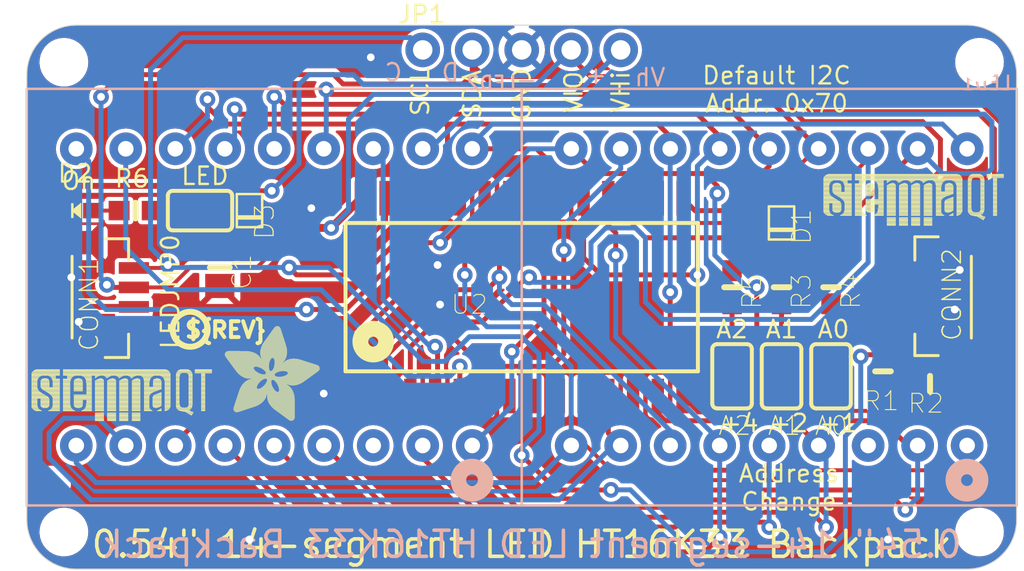
<source format=kicad_pcb>
(kicad_pcb (version 20221018) (generator pcbnew)
  (layers (0 "F.Cu" signal) (1 "In1.Cu" signal) (2 "In2.Cu" signal) (3 "In3.Cu" signal) (4 "In4.Cu" signal) (5 "In5.Cu" signal) (6 "In6.Cu" signal) (7 "In7.Cu" signal) (8 "In8.Cu" signal) (9 "In9.Cu" signal) (10 "In10.Cu" signal) (11 "In11.Cu" signal) (12 "In12.Cu" signal) (13 "In13.Cu" signal) (14 "In14.Cu" signal) (31 "B.Cu" signal) (34 "B.Paste" user) (35 "F.Paste" user) (36 "B.SilkS" user "B.Silkscreen") (37 "F.SilkS" user "F.Silkscreen") (38 "B.Mask" user) (39 "F.Mask" user) (44 "Edge.Cuts" user))
  (net 0 "")
  (net 1 "GND")
  (net 2 "N$19")
  (net 3 "N$20")
  (net 4 "A1")
  (net 5 "COM0")
  (net 6 "N$10")
  (net 7 "N$11")
  (net 8 "N$12")
  (net 9 "N$13")
  (net 10 "N$16")
  (net 11 "A0")
  (net 12 "A2")
  (net 13 "SDA")
  (net 14 "SCL")
  (net 15 "N$1")
  (net 16 "N$7")
  (net 17 "N$4")
  (net 18 "N$5")
  (net 19 "N$6")
  (net 20 "N$8")
  (net 21 "N$9")
  (net 22 "N$14")
  (net 23 "N$15")
  (net 24 "COM1")
  (net 25 "COM2")
  (net 26 "COM3")
  (net 27 "VDDIO")
  (net 28 "N$3")
  (net 29 "N$17")
  (net 30 "V+")
  (footprint "working:ADAFRUIT_5MM" (layer "F.Cu") (at 133.2611 111.3536)
    (fp_text reference "U$3" hide)
    (fp_text value "" hide)
  )
  (footprint "working:0603-NO" (layer "F.Cu") (at 159.2961 104.4956 -90)
    (fp_text reference "R5")
    (fp_text value "47K")
  )
  (footprint "working:SOLDERJUMPER_REFLOW_NOPASTE" (layer "F.Cu") (at 159.2961 109.0676 -90)
    (fp_text reference "A2")
    (fp_text value "" hide)
  )
  (footprint "" (layer "F.Cu") (at 171.9961 92.9386)
    (fp_text reference "@HOLE3" hide)
    (fp_text value "")
  )
  (footprint "working:0603-NO" (layer "F.Cu") (at 128.6891 100.5586 180)
    (fp_text reference "R6")
    (fp_text value "47K")
  )
  (footprint "working:SOLDERJUMPER_CLOSEDWIRE" (layer "F.Cu") (at 131.9911 100.5586 180)
    (fp_text reference "LEDJMP0")
    (fp_text value "")
  )
  (footprint "working:0603-NO" (layer "F.Cu") (at 169.4561 109.4486 180)
    (fp_text reference "R2")
    (fp_text value "10K")
  )
  (footprint "working:0603-NO" (layer "F.Cu") (at 164.3761 104.4956 -90)
    (fp_text reference "R4")
    (fp_text value "47K")
  )
  (footprint "working:SOP28_300MIL_SKINNY" (layer "F.Cu") (at 148.5011 105.0036)
    (fp_text reference "U2")
    (fp_text value "HT16K33")
  )
  (footprint "working:0805-NO" (layer "F.Cu") (at 133.0071 103.4796 -90)
    (fp_text reference "C1")
    (fp_text value "10uF")
  )
  (footprint "working:JST_SH4_RA" (layer "F.Cu") (at 126.9111 105.0036 -90)
    (fp_text reference "CONN1")
    (fp_text value "STEMMA_I2C_QTRA" hide)
  )
  (footprint "working:JST_SH4_RA" (layer "F.Cu") (at 170.0911 105.0036 90)
    (fp_text reference "CONN2")
    (fp_text value "STEMMA_I2C_QTRA" hide)
  )
  (footprint "" (layer "F.Cu") (at 125.0061 117.0686)
    (fp_text reference "@HOLE0" hide)
    (fp_text value "")
  )
  (footprint "working:0603-NO" (layer "F.Cu") (at 167.0431 108.8136 90)
    (fp_text reference "R1")
    (fp_text value "10K")
  )
  (footprint "working:PCBFEAT-REV-040" (layer "F.Cu") (at 131.4831 106.6546)
    (fp_text reference "U$8" hide)
    (fp_text value "" hide)
  )
  (footprint "working:1X05_ROUND_70" (layer "F.Cu") (at 148.5011 92.3036)
    (fp_text reference "JP1")
    (fp_text value "")
  )
  (footprint "" (layer "F.Cu") (at 171.9961 117.0686)
    (fp_text reference "@HOLE1" hide)
    (fp_text value "")
  )
  (footprint "working:STEMMAQT" (layer "F.Cu") (at 163.9951 101.3206)
    (fp_text reference "U$7" hide)
    (fp_text value "" hide)
  )
  (footprint "working:SOLDERJUMPER_REFLOW_NOPASTE" (layer "F.Cu") (at 161.8361 109.0676 -90)
    (fp_text reference "A1")
    (fp_text value "" hide)
  )
  (footprint "working:STEMMAQT" (layer "F.Cu") (at 123.3551 111.3536)
    (fp_text reference "U$6" hide)
    (fp_text value "" hide)
  )
  (footprint "working:CHIPLED_0603_NOOUTLINE" (layer "F.Cu") (at 125.6411 100.5586 90)
    (fp_text reference "D2")
    (fp_text value "GREEN")
  )
  (footprint "working:SOD-323F" (layer "F.Cu") (at 134.5311 100.5586 -90)
    (fp_text reference "D3")
    (fp_text value "CUS530")
  )
  (footprint "working:SOD-323F" (layer "F.Cu") (at 161.8361 101.1936 -90)
    (fp_text reference "D1")
    (fp_text value "CUS530")
  )
  (footprint "working:0603-NO" (layer "F.Cu") (at 161.8361 104.4956 -90)
    (fp_text reference "R3")
    (fp_text value "47K")
  )
  (footprint "working:FIDUCIAL_1MM" (layer "F.Cu") (at 124.3711 114.6556)
    (fp_text reference "U$2" hide)
    (fp_text value "FIDUCIAL" hide)
  )
  (footprint "" (layer "F.Cu") (at 125.0061 92.9386)
    (fp_text reference "@HOLE2" hide)
    (fp_text value "")
  )
  (footprint "working:SOLDERJUMPER_REFLOW_NOPASTE" (layer "F.Cu") (at 164.3761 109.0676 -90)
    (fp_text reference "A0")
    (fp_text value "" hide)
  )
  (footprint "working:FIDUCIAL_1MM" (layer "F.Cu") (at 167.5511 94.2086)
    (fp_text reference "U$1" hide)
    (fp_text value "FIDUCIAL" hide)
  )
  (footprint "working:SEGMENT_STARTBUST_DUAL_KWA-541CBB" (layer "B.Cu") (at 161.2011 105.0036 180)
    (fp_text reference "LED1")
    (fp_text value "")
  )
  (footprint "working:SEGMENT_STARTBUST_DUAL_KWA-541CBB" (layer "B.Cu") (at 135.8011 105.0036 180)
    (fp_text reference "LED2")
    (fp_text value "")
  )
  (gr_line (start 123.1011 93.5736) (end 123.1011 116.4336) (stroke (width 0.05)) (layer "Edge.Cuts"))
  (gr_line (start 171.3611 91.0336) (end 125.6411 91.0336) (stroke (width 0.05)) (layer "Edge.Cuts"))
  (gr_arc (start 173.9011 116.4336) (mid 173.157151 118.229651) (end 171.3611 118.9736) (stroke (width 0.05)) (layer "Edge.Cuts"))
  (gr_arc (start 171.3611 91.0336) (mid 173.157151 91.777549) (end 173.9011 93.5736) (stroke (width 0.05)) (layer "Edge.Cuts"))
  (gr_arc (start 123.1011 93.5736) (mid 123.845049 91.777549) (end 125.6411 91.0336) (stroke (width 0.05)) (layer "Edge.Cuts"))
  (gr_arc (start 125.6411 118.9736) (mid 123.845049 118.229651) (end 123.1011 116.4336) (stroke (width 0.05)) (layer "Edge.Cuts"))
  (gr_line (start 125.6411 118.9736) (end 171.3611 118.9736) (stroke (width 0.05)) (layer "Edge.Cuts"))
  (gr_line (start 173.9011 116.4336) (end 173.9011 93.5736) (stroke (width 0.05)) (layer "Edge.Cuts"))
  (gr_text "C" (at 141.3891 92.9386) (layer "B.SilkS") (effects (font (size 0.89408 0.89408) (thickness 0.12192)) (justify right top mirror)))
  (gr_text "+" (at 151.6761 93.0656) (layer "B.SilkS") (effects (font (size 0.89408 0.89408) (thickness 0.12192)) (justify right top mirror)))
  (gr_text "D" (at 144.3101 92.9386) (layer "B.SilkS") (effects (font (size 0.89408 0.89408) (thickness 0.12192)) (justify right top mirror)))
  (gr_text "0.54\" 14-segment LED HT16K33 Backpack " (at 148.5011 117.7036) (layer "B.SilkS") (effects (font (size 1.34112 1.34112) (thickness 0.18288)) (justify mirror)))
  (gr_text "-" (at 148.1201 93.3196) (layer "B.SilkS") (effects (font (size 0.89408 0.89408) (thickness 0.12192)) (justify right top mirror)))
  (gr_text "Vh" (at 154.2161 93.1926) (layer "B.SilkS") (effects (font (size 0.89408 0.89408) (thickness 0.12192)) (justify right top mirror)))
  (gr_text "A2" (at 159.2961 106.6546) (layer "F.SilkS") (effects (font (size 0.89408 0.89408) (thickness 0.12192))))
  (gr_text "SCL" (at 143.2941 94.4626 90) (layer "F.SilkS") (effects (font (size 0.89408 0.89408) (thickness 0.12192))))
  (gr_text "SDA" (at 145.9611 94.5896 90) (layer "F.SilkS") (effects (font (size 0.89408 0.89408) (thickness 0.12192))))
  (gr_text "0.54\" 14-segment LED HT16K33 Backpack" (at 148.5011 117.7036) (layer "F.SilkS") (effects (font (size 1.34112 1.34112) (thickness 0.18288))))
  (gr_text "GND" (at 148.5011 94.5896 90) (layer "F.SilkS") (effects (font (size 0.89408 0.89408) (thickness 0.12192))))
  (gr_text "+4" (at 159.6771 111.4806) (layer "F.SilkS") (effects (font (size 0.89408 0.89408) (thickness 0.12192))))
  (gr_text "On" (at 125.7681 99.0346) (layer "F.SilkS") (effects (font (size 0.89408 0.89408) (thickness 0.12192))))
  (gr_text "VHi" (at 153.5811 94.4626 90) (layer "F.SilkS") (effects (font (size 0.89408 0.89408) (thickness 0.12192))))
  (gr_text "A1" (at 161.8361 106.6546) (layer "F.SilkS") (effects (font (size 0.89408 0.89408) (thickness 0.12192))))
  (gr_text "LED" (at 132.2451 98.7806) (layer "F.SilkS") (effects (font (size 0.89408 0.89408) (thickness 0.12192))))
  (gr_text "A0" (at 164.5031 106.6546) (layer "F.SilkS") (effects (font (size 0.89408 0.89408) (thickness 0.12192))))
  (gr_text "+2" (at 162.2171 111.4806) (layer "F.SilkS") (effects (font (size 0.89408 0.89408) (thickness 0.12192))))
  (gr_text "+1" (at 164.7571 111.4806) (layer "F.SilkS") (effects (font (size 0.89408 0.89408) (thickness 0.12192))))
  (gr_text "Default I2C\nAddr. 0x70" (at 161.5821 94.3356) (layer "F.SilkS") (effects (font (size 0.89408 0.89408) (thickness 0.12192))))
  (gr_text "VIO" (at 151.1681 94.4626 90) (layer "F.SilkS") (effects (font (size 0.89408 0.89408) (thickness 0.12192))))
  (gr_text "Address\nChange" (at 162.2171 114.7826) (layer "F.SilkS") (effects (font (size 0.89408 0.89408) (thickness 0.12192))))
  (segment (start 140.2461 110.0836) (end 140.2461 109.9566) (width 0.254) (layer "F.Cu") (net 1))
  (segment (start 140.2461 109.9566) (end 138.3411 109.9566) (width 0.254) (layer "F.Cu") (net 1))
  (via (at 140.7541 92.6846) (size 0.8001) (drill 0.3937) (layers "F.Cu" "B.Cu") (net 1))
  (via (at 134.5311 117.4496) (size 0.8064) (drill 0.4) (layers "F.Cu" "B.Cu") (net 1))
  (via (at 137.7061 100.4316) (size 0.8001) (drill 0.3937) (layers "F.Cu" "B.Cu") (net 1))
  (via (at 170.9801 103.6066) (size 0.8064) (drill 0.4) (layers "F.Cu" "B.Cu") (net 1))
  (via (at 125.7681 106.2736) (size 0.8064) (drill 0.4) (layers "F.Cu" "B.Cu") (net 1))
  (via (at 144.3101 105.3846) (size 0.8064) (drill 0.4) (layers "F.Cu" "B.Cu") (net 1))
  (via (at 125.3871 103.9876) (size 0.8064) (drill 0.4) (layers "F.Cu" "B.Cu") (net 1))
  (via (at 144.1831 103.3526) (size 0.8064) (drill 0.4) (layers "F.Cu" "B.Cu") (net 1))
  (via (at 167.2971 117.4496) (size 0.8064) (drill 0.4) (layers "F.Cu" "B.Cu") (net 1))
  (via (at 138.3411 109.9566) (size 0.8001) (drill 0.3937) (layers "F.Cu" "B.Cu") (net 1))
  (via (at 170.7261 105.6386) (size 0.8064) (drill 0.4) (layers "F.Cu" "B.Cu") (net 1))
  (segment (start 161.8361 108.3056) (end 161.8361 105.3456) (width 0.254) (layer "F.Cu") (net 2))
  (segment (start 164.3761 108.3056) (end 164.3761 105.3456) (width 0.254) (layer "F.Cu") (net 3))
  (segment (start 152.3111 98.6536) (end 157.8991 98.6536) (width 0.254) (layer "F.Cu") (net 4))
  (segment (start 160.5661 104.4956) (end 160.5661 109.4486) (width 0.254) (layer "F.Cu") (net 4))
  (segment (start 158.539587 99.294088) (end 157.8991 98.6536) (width 0.254) (layer "F.Cu") (net 4))
  (segment (start 158.539587 99.294088) (end 158.539587 99.675088) (width 0.254) (layer "F.Cu") (net 4))
  (segment (start 144.3101 102.2096) (end 144.4371 102.2096) (width 0.254) (layer "F.Cu") (net 4))
  (segment (start 160.5661 109.4486) (end 160.9471 109.8296) (width 0.254) (layer "F.Cu") (net 4))
  (segment (start 160.9471 109.8296) (end 161.8361 109.8296) (width 0.254) (layer "F.Cu") (net 4))
  (segment (start 151.0411 97.3836) (end 152.3111 98.6536) (width 0.254) (layer "F.Cu") (net 4))
  (segment (start 144.3101 102.2096) (end 142.9131 102.2096) (width 0.254) (layer "F.Cu") (net 4))
  (segment (start 139.4841 105.6386) (end 137.4521 105.6386) (width 0.254) (layer "F.Cu") (net 4))
  (segment (start 145.3261 101.3206) (end 145.3261 99.9236) (width 0.254) (layer "F.Cu") (net 4))
  (segment (start 145.3261 101.3206) (end 144.4371 102.2096) (width 0.254) (layer "F.Cu") (net 4))
  (segment (start 142.9131 102.2096) (end 139.4841 105.6386) (width 0.254) (layer "F.Cu") (net 4))
  (via (at 144.3101 102.2096) (size 0.8001) (drill 0.3937) (layers "F.Cu" "B.Cu") (net 4))
  (via (at 160.5661 104.4956) (size 0.8064) (drill 0.4) (layers "F.Cu" "B.Cu") (net 4))
  (via (at 158.539587 99.675088) (size 0.8064) (drill 0.4) (layers "F.Cu" "B.Cu") (net 4))
  (via (at 137.4521 105.6386) (size 0.8001) (drill 0.3937) (layers "F.Cu" "B.Cu") (net 4))
  (segment (start 127.1651 105.6386) (end 126.2761 104.7496) (width 0.254) (layer "B.Cu") (net 4))
  (segment (start 160.0581 104.4956) (end 158.412587 102.850088) (width 0.254) (layer "B.Cu") (net 4))
  (segment (start 160.5661 104.4956) (end 160.0581 104.4956) (width 0.254) (layer "B.Cu") (net 4))
  (segment (start 158.412587 99.802088) (end 158.412587 102.850088) (width 0.254) (layer "B.Cu") (net 4))
  (segment (start 148.8821 97.3836) (end 144.3101 101.9556) (width 0.254) (layer "B.Cu") (net 4))
  (segment (start 126.2761 98.0186) (end 125.6411 97.3836) (width 0.254) (layer "B.Cu") (net 4))
  (segment (start 137.4521 105.6386) (end 127.1651 105.6386) (width 0.254) (layer "B.Cu") (net 4))
  (segment (start 144.3101 101.9556) (end 144.3101 102.2096) (width 0.254) (layer "B.Cu") (net 4))
  (segment (start 158.539587 99.675088) (end 158.412587 99.802088) (width 0.254) (layer "B.Cu") (net 4))
  (segment (start 151.0411 97.3836) (end 148.8821 97.3836) (width 0.254) (layer "B.Cu") (net 4))
  (segment (start 126.2761 98.0186) (end 126.2761 104.7496) (width 0.254) (layer "B.Cu") (net 4))
  (segment (start 163.9791 100.1936) (end 161.8361 100.1936) (width 0.2032) (layer "F.Cu") (net 5))
  (segment (start 166.2811 97.8916) (end 163.9791 100.1936) (width 0.2032) (layer "F.Cu") (net 5))
  (segment (start 143.2941 106.2736) (end 146.4691 106.2736) (width 0.254) (layer "F.Cu") (net 5))
  (segment (start 141.5161 110.0836) (end 141.5161 108.0516) (width 0.254) (layer "F.Cu") (net 5))
  (segment (start 148.7551 103.9876) (end 148.8821 103.9876) (width 0.254) (layer "F.Cu") (net 5))
  (segment (start 141.5161 108.0516) (end 143.2941 106.2736) (width 0.254) (layer "F.Cu") (net 5))
  (segment (start 166.2811 97.3836) (end 166.2811 97.8916) (width 0.2032) (layer "F.Cu") (net 5))
  (segment (start 146.4691 106.2736) (end 148.7551 103.9876) (width 0.254) (layer "F.Cu") (net 5))
  (via (at 148.8821 103.9876) (size 0.8064) (drill 0.4) (layers "F.Cu" "B.Cu") (net 5))
  (segment (start 154.8511 105.2576) (end 154.8511 101.9556) (width 0.254) (layer "B.Cu") (net 5))
  (segment (start 163.3601 106.1466) (end 155.7401 106.1466) (width 0.254) (layer "B.Cu") (net 5))
  (segment (start 152.0571 102.2096) (end 152.0571 103.4796) (width 0.254) (layer "B.Cu") (net 5))
  (segment (start 154.8511 101.9556) (end 154.3431 101.4476) (width 0.254) (layer "B.Cu") (net 5))
  (segment (start 148.8821 103.9876) (end 149.1361 104.2416) (width 0.254) (layer "B.Cu") (net 5))
  (segment (start 149.1361 104.2416) (end 151.2951 104.2416) (width 0.254) (layer "B.Cu") (net 5))
  (segment (start 154.3431 101.4476) (end 152.8191 101.4476) (width 0.254) (layer "B.Cu") (net 5))
  (segment (start 166.2811 97.3836) (end 166.2811 103.2256) (width 0.254) (layer "B.Cu") (net 5))
  (segment (start 166.2811 103.2256) (end 163.3601 106.1466) (width 0.254) (layer "B.Cu") (net 5))
  (segment (start 152.8191 101.4476) (end 152.0571 102.2096) (width 0.254) (layer "B.Cu") (net 5))
  (segment (start 155.7401 106.1466) (end 154.8511 105.2576) (width 0.254) (layer "B.Cu") (net 5))
  (segment (start 151.2951 104.2416) (end 152.0571 103.4796) (width 0.254) (layer "B.Cu") (net 5))
  (segment (start 138.8491 108.3056) (end 134.9121 108.3056) (width 0.254) (layer "F.Cu") (net 6))
  (segment (start 147.8661 101.8286) (end 147.3581 102.3366) (width 0.254) (layer "F.Cu") (net 6))
  (segment (start 134.9121 108.3056) (end 130.7211 112.4966) (width 0.254) (layer "F.Cu") (net 6))
  (segment (start 142.5321 104.6226) (end 146.7231 104.6226) (width 0.254) (layer "F.Cu") (net 6))
  (segment (start 147.3581 103.9876) (end 146.7231 104.6226) (width 0.254) (layer "F.Cu") (net 6))
  (segment (start 147.3581 102.3366) (end 147.3581 103.9876) (width 0.254) (layer "F.Cu") (net 6))
  (segment (start 130.7211 112.4966) (end 130.7211 112.6236) (width 0.254) (layer "F.Cu") (net 6))
  (segment (start 142.5321 104.6226) (end 138.8491 108.3056) (width 0.254) (layer "F.Cu") (net 6))
  (segment (start 147.8661 99.9236) (end 147.8661 101.8286) (width 0.254) (layer "F.Cu") (net 6))
  (via (at 147.3581 103.9876) (size 0.8001) (drill 0.3937) (layers "F.Cu" "B.Cu") (net 6))
  (segment (start 156.1211 111.8616) (end 149.6441 105.3846) (width 0.254) (layer "B.Cu") (net 6))
  (segment (start 147.9931 105.3846) (end 147.3581 104.7496) (width 0.254) (layer "B.Cu") (net 6))
  (segment (start 149.6441 105.3846) (end 147.9931 105.3846) (width 0.254) (layer "B.Cu") (net 6))
  (segment (start 147.3581 104.7496) (end 147.3581 103.9876) (width 0.254) (layer "B.Cu") (net 6))
  (segment (start 156.1211 112.6236) (end 156.1211 111.8616) (width 0.254) (layer "B.Cu") (net 6))
  (segment (start 149.6441 103.2256) (end 149.1361 102.7176) (width 0.254) (layer "F.Cu") (net 7))
  (segment (start 148.2471 115.7986) (end 145.9611 113.5126) (width 0.254) (layer "F.Cu") (net 7))
  (segment (start 149.1361 99.9236) (end 149.1361 102.7176) (width 0.254) (layer "F.Cu") (net 7))
  (segment (start 171.3611 113.7666) (end 171.3611 112.6236) (width 0.254) (layer "F.Cu") (net 7))
  (segment (start 149.6441 103.2256) (end 149.6441 106.1466) (width 0.254) (layer "F.Cu") (net 7))
  (segment (start 170.2181 114.9096) (end 156.8831 114.9096) (width 0.254) (layer "F.Cu") (net 7))
  (segment (start 148.2471 115.7986) (end 155.9941 115.7986) (width 0.254) (layer "F.Cu") (net 7))
  (segment (start 171.3611 113.7666) (end 170.2181 114.9096) (width 0.254) (layer "F.Cu") (net 7))
  (segment (start 149.6441 106.1466) (end 147.9931 107.7976) (width 0.254) (layer "F.Cu") (net 7))
  (segment (start 145.9611 112.6236) (end 145.9611 113.5126) (width 0.254) (layer "F.Cu") (net 7))
  (segment (start 155.9941 115.7986) (end 156.8831 114.9096) (width 0.254) (layer "F.Cu") (net 7))
  (via (at 147.9931 107.7976) (size 0.8001) (drill 0.3937) (layers "F.Cu" "B.Cu") (net 7))
  (segment (start 147.9931 110.5916) (end 145.9611 112.6236) (width 0.254) (layer "B.Cu") (net 7))
  (segment (start 147.9931 107.7976) (end 147.9931 110.5916) (width 0.254) (layer "B.Cu") (net 7))
  (segment (start 149.2631 97.3836) (end 150.4061 98.5266) (width 0.254) (layer "F.Cu") (net 8))
  (segment (start 145.9611 97.3836) (end 149.2631 97.3836) (width 0.254) (layer "F.Cu") (net 8))
  (segment (start 150.4061 98.5266) (end 150.4061 99.9236) (width 0.254) (layer "F.Cu") (net 8))
  (segment (start 146.9771 96.1136) (end 145.9611 97.1296) (width 0.254) (layer "B.Cu") (net 8))
  (segment (start 145.9611 97.1296) (end 145.9611 97.3836) (width 0.254) (layer "B.Cu") (net 8))
  (segment (start 170.0911 96.1136) (end 146.9771 96.1136) (width 0.254) (layer "B.Cu") (net 8))
  (segment (start 171.3611 97.3836) (end 170.0911 96.1136) (width 0.254) (layer "B.Cu") (net 8))
  (segment (start 157.5181 95.6056) (end 158.6611 96.7486) (width 0.254) (layer "F.Cu") (net 9))
  (segment (start 157.5181 103.8606) (end 152.5651 103.8606) (width 0.254) (layer "F.Cu") (net 9))
  (segment (start 133.7691 95.3516) (end 134.0231 95.6056) (width 0.254) (layer "F.Cu") (net 9))
  (segment (start 158.6611 96.7486) (end 158.6611 97.3836) (width 0.254) (layer "F.Cu") (net 9))
  (segment (start 152.5651 103.8606) (end 151.6761 102.9716) (width 0.254) (layer "F.Cu") (net 9))
  (segment (start 134.0231 95.6056) (end 157.5181 95.6056) (width 0.254) (layer "F.Cu") (net 9))
  (segment (start 151.6761 102.9716) (end 151.6761 99.9236) (width 0.254) (layer "F.Cu") (net 9))
  (via (at 157.5181 103.8606) (size 0.8001) (drill 0.3937) (layers "F.Cu" "B.Cu") (net 9))
  (via (at 133.7691 95.3516) (size 0.8001) (drill 0.3937) (layers "F.Cu" "B.Cu") (net 9))
  (segment (start 133.2611 97.3836) (end 133.7691 96.8756) (width 0.254) (layer "B.Cu") (net 9))
  (segment (start 157.5181 98.2726) (end 157.5181 103.8606) (width 0.254) (layer "B.Cu") (net 9))
  (segment (start 133.7691 95.3516) (end 133.7691 96.8756) (width 0.254) (layer "B.Cu") (net 9))
  (segment (start 158.4071 97.3836) (end 157.5181 98.2726) (width 0.254) (layer "B.Cu") (net 9))
  (segment (start 158.6611 97.3836) (end 158.4071 97.3836) (width 0.254) (layer "B.Cu") (net 9))
  (segment (start 133.2611 112.6236) (end 138.7221 118.0846) (width 0.254) (layer "F.Cu") (net 10))
  (segment (start 153.3271 101.7016) (end 152.9461 101.3206) (width 0.254) (layer "F.Cu") (net 10))
  (segment (start 153.3271 101.7016) (end 153.3271 102.8446) (width 0.254) (layer "F.Cu") (net 10))
  (segment (start 152.9461 101.3206) (end 152.9461 99.9236) (width 0.254) (layer "F.Cu") (net 10))
  (segment (start 158.6611 117.3226) (end 157.8991 118.0846) (width 0.254) (layer "F.Cu") (net 10))
  (segment (start 157.8991 118.0846) (end 138.7221 118.0846) (width 0.254) (layer "F.Cu") (net 10))
  (via (at 153.3271 102.8446) (size 0.8001) (drill 0.3937) (layers "F.Cu" "B.Cu") (net 10))
  (via (at 158.6611 117.3226) (size 0.8001) (drill 0.3937) (layers "F.Cu" "B.Cu") (net 10))
  (segment (start 158.6611 112.3696) (end 153.3271 107.0356) (width 0.254) (layer "B.Cu") (net 10))
  (segment (start 153.3271 102.8446) (end 153.3271 107.0356) (width 0.254) (layer "B.Cu") (net 10))
  (segment (start 158.6611 112.6236) (end 158.6611 112.3696) (width 0.254) (layer "B.Cu") (net 10))
  (segment (start 158.6611 117.3226) (end 158.6611 112.6236) (width 0.254) (layer "B.Cu") (net 10))
  (segment (start 161.9631 113.8936) (end 169.7101 113.8936) (width 0.2032) (layer "F.Cu") (net 11))
  (segment (start 161.4551 114.4016) (end 161.9631 113.8936) (width 0.2032) (layer "F.Cu") (net 11))
  (segment (start 145.5801 103.8606) (end 145.5801 102.3366) (width 0.254) (layer "F.Cu") (net 11))
  (segment (start 146.5961 99.9236) (end 146.5961 101.3206) (width 0.254) (layer "F.Cu") (net 11))
  (segment (start 146.5961 101.3206) (end 145.5801 102.3366) (width 0.254) (layer "F.Cu") (net 11))
  (segment (start 165.3921 110.8456) (end 167.614437 110.8456) (width 0.2032) (layer "F.Cu") (net 11))
  (segment (start 153.5811 114.4016) (end 151.8031 112.6236) (width 0.2032) (layer "F.Cu") (net 11))
  (segment (start 167.614437 110.8456) (end 167.995437 111.2266) (width 0.2032) (layer "F.Cu") (net 11))
  (segment (start 170.0911 113.5126) (end 170.0911 112.1156) (width 0.2032) (layer "F.Cu") (net 11))
  (segment (start 164.3761 109.8296) (end 165.3921 110.8456) (width 0.2032) (layer "F.Cu") (net 11))
  (segment (start 153.5811 114.4016) (end 161.4551 114.4016) (width 0.2032) (layer "F.Cu") (net 11))
  (segment (start 167.995437 111.2266) (end 169.2021 111.2266) (width 0.2032) (layer "F.Cu") (net 11))
  (segment (start 169.7101 113.8936) (end 170.0911 113.5126) (width 0.2032) (layer "F.Cu") (net 11))
  (segment (start 151.0411 112.6236) (end 151.8031 112.6236) (width 0.2032) (layer "F.Cu") (net 11))
  (segment (start 170.0911 112.1156) (end 169.2021 111.2266) (width 0.2032) (layer "F.Cu") (net 11))
  (via (at 145.5801 103.8606) (size 0.8001) (drill 0.3937) (layers "F.Cu" "B.Cu") (net 11))
  (segment (start 149.0091 106.5276) (end 146.7231 106.5276) (width 0.254) (layer "B.Cu") (net 11))
  (segment (start 146.7231 106.5276) (end 145.5801 105.3846) (width 0.254) (layer "B.Cu") (net 11))
  (segment (start 126.6571 114.5286) (end 125.6411 113.5126) (width 0.254) (layer "B.Cu") (net 11))
  (segment (start 151.0411 112.6236) (end 149.1361 114.5286) (width 0.254) (layer "B.Cu") (net 11))
  (segment (start 125.6411 113.5126) (end 125.6411 112.6236) (width 0.254) (layer "B.Cu") (net 11))
  (segment (start 151.0411 108.5596) (end 149.0091 106.5276) (width 0.254) (layer "B.Cu") (net 11))
  (segment (start 149.1361 114.5286) (end 126.6571 114.5286) (width 0.254) (layer "B.Cu") (net 11))
  (segment (start 145.5801 105.3846) (end 145.5801 103.8606) (width 0.254) (layer "B.Cu") (net 11))
  (segment (start 151.0411 112.6236) (end 151.0411 108.5596) (width 0.254) (layer "B.Cu") (net 11))
  (segment (start 144.0561 98.6536) (end 144.6911 98.0186) (width 0.254) (layer "F.Cu") (net 12))
  (segment (start 158.968825 109.8296) (end 156.1211 106.981875) (width 0.254) (layer "F.Cu") (net 12))
  (segment (start 144.6911 96.1136) (end 155.4861 96.1136) (width 0.254) (layer "F.Cu") (net 12))
  (segment (start 133.2611 96.1136) (end 144.6911 96.1136) (width 0.254) (layer "F.Cu") (net 12))
  (segment (start 156.1211 96.7486) (end 156.1211 97.3836) (width 0.254) (layer "F.Cu") (net 12))
  (segment (start 133.2611 96.1136) (end 132.3721 95.2246) (width 0.254) (layer "F.Cu") (net 12))
  (segment (start 132.3721 94.8436) (end 132.3721 95.2246) (width 0.254) (layer "F.Cu") (net 12))
  (segment (start 144.0561 99.9236) (end 144.0561 98.6536) (width 0.254) (layer "F.Cu") (net 12))
  (segment (start 156.1211 106.981875) (end 156.1211 104.7496) (width 0.254) (layer "F.Cu") (net 12))
  (segment (start 144.6911 98.0186) (end 144.6911 96.1136) (width 0.254) (layer "F.Cu") (net 12))
  (segment (start 159.2961 109.8296) (end 158.968825 109.8296) (width 0.254) (layer "F.Cu") (net 12))
  (segment (start 155.4861 96.1136) (end 156.1211 96.7486) (width 0.254) (layer "F.Cu") (net 12))
  (via (at 132.3721 94.8436) (size 0.8001) (drill 0.3937) (layers "F.Cu" "B.Cu") (net 12))
  (via (at 156.1211 104.7496) (size 0.8064) (drill 0.4) (layers "F.Cu" "B.Cu") (net 12))
  (segment (start 132.3721 94.8436) (end 132.3721 95.7326) (width 0.254) (layer "B.Cu") (net 12))
  (segment (start 156.1211 104.7496) (end 156.1211 97.3836) (width 0.254) (layer "B.Cu") (net 12))
  (segment (start 130.7211 97.3836) (end 132.3721 95.7326) (width 0.254) (layer "B.Cu") (net 12))
  (segment (start 167.1621 105.5036) (end 168.4051 105.5036) (width 0.254) (layer "F.Cu") (net 13))
  (segment (start 169.9895 96.899632) (end 169.9895 98.5012) (width 0.254) (layer "F.Cu") (net 13))
  (segment (start 169.0671 105.5036) (end 168.4051 105.5036) (width 0.254) (layer "F.Cu") (net 13))
  (segment (start 168.6061 109.4486) (end 168.6061 108.1396) (width 0.254) (layer "F.Cu") (net 13))
  (segment (start 162.990681 95.9866) (end 169.076468 95.9866) (width 0.254) (layer "F.Cu") (net 13))
  (segment (start 128.5971 104.5036) (end 130.4591 104.5036) (width 0.2032) (layer "F.Cu") (net 13))
  (segment (start 166.7891 105.1306) (end 167.1621 105.5036) (width 0.254) (layer "F.Cu") (net 13))
  (segment (start 166.7891 101.7016) (end 166.7891 105.1306) (width 0.254) (layer "F.Cu") (net 13))
  (segment (start 127.3477 104.5036) (end 127.2127 104.3686) (width 0.254) (layer "F.Cu") (net 13))
  (segment (start 131.5083 103.4544) (end 134.9373 103.4544) (width 0.2032) (layer "F.Cu") (net 13))
  (segment (start 161.136481 94.1324) (end 162.990681 95.9866) (width 0.254) (layer "F.Cu") (net 13))
  (segment (start 147.0279 94.1324) (end 145.8341 92.9386) (width 0.254) (layer "F.Cu") (net 13))
  (segment (start 145.8341 92.9386) (end 145.8341 92.4306) (width 0.254) (layer "F.Cu") (net 13))
  (segment (start 145.9611 92.3036) (end 145.8341 92.4306) (width 0.254) (layer "F.Cu") (net 13))
  (segment (start 169.9895 98.5012) (end 166.7891 101.7016) (width 0.254) (layer "F.Cu") (net 13))
  (segment (start 135.74395 102.64775) (end 139.93495 102.64775) (width 0.254) (layer "F.Cu") (net 13))
  (segment (start 145.4785 94.0562) (end 139.3317 94.0562) (width 0.254) (layer "F.Cu") (net 13))
  (segment (start 130.4591 104.5036) (end 131.5083 103.4544) (width 0.2032) (layer "F.Cu") (net 13))
  (segment (start 161.136481 94.1324) (end 147.0279 94.1324) (width 0.254) (layer "F.Cu") (net 13))
  (segment (start 139.93495 102.64775) (end 141.5161 101.0666) (width 0.254) (layer "F.Cu") (net 13))
  (segment (start 128.5971 104.5036) (end 127.3477 104.5036) (width 0.254) (layer "F.Cu") (net 13))
  (segment (start 126.9111 94.7166) (end 126.9111 94.5896) (width 0.254) (layer "F.Cu") (net 13))
  (segment (start 145.9611 93.5736) (end 145.4785 94.0562) (width 0.254) (layer "F.Cu") (net 13))
  (segment (start 141.5161 101.0666) (end 141.5161 99.9236) (width 0.254) (layer "F.Cu") (net 13))
  (segment (start 169.076468 95.9866) (end 169.9895 96.899632) (width 0.254) (layer "F.Cu") (net 13))
  (segment (start 168.6061 108.1396) (end 169.7101 107.0356) (width 0.254) (layer "F.Cu") (net 13))
  (segment (start 134.9373 103.4544) (end 135.74395 102.64775) (width 0.2032) (layer "F.Cu") (net 13))
  (segment (start 138.8491 93.5736) (end 127.9271 93.5736) (width 0.254) (layer "F.Cu") (net 13))
  (segment (start 169.7101 107.0356) (end 169.7101 106.1466) (width 0.254) (layer "F.Cu") (net 13))
  (segment (start 145.9611 92.3036) (end 145.9611 93.5736) (width 0.254) (layer "F.Cu") (net 13))
  (segment (start 139.3317 94.0562) (end 138.8491 93.5736) (width 0.254) (layer "F.Cu") (net 13))
  (segment (start 169.7101 106.1466) (end 169.0671 105.5036) (width 0.254) (layer "F.Cu") (net 13))
  (segment (start 126.9111 94.5896) (end 127.9271 93.5736) (width 0.254) (layer "F.Cu") (net 13))
  (via (at 126.9111 94.7166) (size 0.8064) (drill 0.4) (layers "F.Cu" "B.Cu") (net 13))
  (via (at 127.2127 104.3686) (size 0.8064) (drill 0.4) (layers "F.Cu" "B.Cu") (net 13))
  (segment (start 127.2127 104.3686) (end 126.9111 104.067) (width 0.254) (layer "B.Cu") (net 13))
  (segment (start 126.9111 104.067) (end 126.9111 94.7166) (width 0.254) (layer "B.Cu") (net 13))
  (segment (start 148.5011 113.1316) (end 150.2791 114.9096) (width 0.254) (layer "F.Cu") (net 14))
  (segment (start 167.0431 107.9636) (end 168.4051 106.6016) (width 0.254) (layer "F.Cu") (net 14))
  (segment (start 136.5631 103.4796) (end 136.9441 103.8606) (width 0.254) (layer "F.Cu") (net 14))
  (segment (start 130.1891 103.5036) (end 130.3401 103.3526) (width 0.2032) (layer "F.Cu") (net 14))
  (segment (start 167.0431 107.9636) (end 165.9881 107.9636) (width 0.254) (layer "F.Cu") (net 14))
  (segment (start 140.3731 103.8606) (end 142.7861 101.4476) (width 0.254) (layer "F.Cu") (net 14))
  (segment (start 168.4051 106.6016) (end 168.4051 106.5036) (width 0.254) (layer "F.Cu") (net 14))
  (segment (start 142.7861 101.4476) (end 142.7861 99.9236) (width 0.254) (layer "F.Cu") (net 14))
  (segment (start 153.0731 114.9096) (end 153.080465 114.902234) (width 0.254) (layer "F.Cu") (net 14))
  (segment (start 136.9441 103.8606) (end 140.3731 103.8606) (width 0.254) (layer "F.Cu") (net 14))
  (segment (start 128.5971 103.5036) (end 130.1891 103.5036) (width 0.2032) (layer "F.Cu") (net 14))
  (segment (start 165.9881 107.9636) (end 165.9001 108.0516) (width 0.254) (layer "F.Cu") (net 14))
  (segment (start 150.2791 114.9096) (end 153.0731 114.9096) (width 0.254) (layer "F.Cu") (net 14))
  (via (at 153.080465 114.902234) (size 0.8064) (drill 0.4) (layers "F.Cu" "B.Cu") (net 14))
  (via (at 165.9001 108.0516) (size 0.8064) (drill 0.4) (layers "F.Cu" "B.Cu") (net 14))
  (via (at 130.3401 103.3526) (size 0.8064) (drill 0.4) (layers "F.Cu" "B.Cu") (net 14))
  (via (at 136.5631 103.4796) (size 0.8001) (drill 0.3937) (layers "F.Cu" "B.Cu") (net 14))
  (via (at 148.5011 113.1316) (size 0.8064) (drill 0.4) (layers "F.Cu" "B.Cu") (net 14))
  (segment (start 132.1181 103.4796) (end 136.5631 103.4796) (width 0.254) (layer "B.Cu") (net 14))
  (segment (start 136.5631 103.4796) (end 138.606682 103.4796) (width 0.254) (layer "B.Cu") (net 14))
  (segment (start 149.3901 111.8616) (end 148.5011 112.7506) (width 0.254) (layer "B.Cu") (net 14))
  (segment (start 148.5011 107.0356) (end 149.3901 107.9246) (width 0.254) (layer "B.Cu") (net 14))
  (segment (start 157.2641 118.0846) (end 154.081734 114.902234) (width 0.254) (layer "B.Cu") (net 14))
  (segment (start 165.9001 111.352231) (end 165.1127 112.139631) (width 0.254) (layer "B.Cu") (net 14))
  (segment (start 130.4036 103.4161) (end 130.3401 103.3526) (width 0.254) (layer "B.Cu") (net 14))
  (segment (start 153.080465 114.902234) (end 154.081734 114.902234) (width 0.254) (layer "B.Cu") (net 14))
  (segment (start 149.3901 107.9246) (end 149.3901 111.8616) (width 0.254) (layer "B.Cu") (net 14))
  (segment (start 129.4511 93.3196) (end 129.4511 100.8126) (width 0.254) (layer "B.Cu") (net 14))
  (segment (start 165.1127 112.139631) (end 165.1127 117.094) (width 0.254) (layer "B.Cu") (net 14))
  (segment (start 129.4511 100.8126) (end 129.4511 102.4636) (width 0.254) (layer "B.Cu") (net 14))
  (segment (start 165.9001 108.0516) (end 165.9001 111.352231) (width 0.254) (layer "B.Cu") (net 14))
  (segment (start 132.1181 103.4796) (end 130.4671 103.4796) (width 0.254) (layer "B.Cu") (net 14))
  (segment (start 130.4671 103.4796) (end 130.4036 103.4161) (width 0.254) (layer "B.Cu") (net 14))
  (segment (start 145.817369 107.0356) (end 148.5011 107.0356) (width 0.254) (layer "B.Cu") (net 14))
  (segment (start 143.4211 92.3036) (end 142.7861 91.6686) (width 0.254) (layer "B.Cu") (net 14))
  (segment (start 138.606682 103.4796) (end 143.432682 108.3056) (width 0.254) (layer "B.Cu") (net 14))
  (segment (start 148.5011 112.7506) (end 148.5011 113.1316) (width 0.254) (layer "B.Cu") (net 14))
  (segment (start 142.7861 91.6686) (end 131.1021 91.6686) (width 0.254) (layer "B.Cu") (net 14))
  (segment (start 165.1127 117.094) (end 164.1221 118.0846) (width 0.254) (layer "B.Cu") (net 14))
  (segment (start 144.547369 108.3056) (end 145.817369 107.0356) (width 0.254) (layer "B.Cu") (net 14))
  (segment (start 143.432682 108.3056) (end 144.547369 108.3056) (width 0.254) (layer "B.Cu") (net 14))
  (segment (start 129.4511 102.4636) (end 130.3401 103.3526) (width 0.254) (layer "B.Cu") (net 14))
  (segment (start 164.1221 118.0846) (end 157.2641 118.0846) (width 0.254) (layer "B.Cu") (net 14))
  (segment (start 131.1021 91.6686) (end 129.4511 93.3196) (width 0.254) (layer "B.Cu") (net 14))
  (segment (start 159.2961 103.6456) (end 161.8361 103.6456) (width 0.254) (layer "F.Cu") (net 15))
  (segment (start 161.8361 103.6456) (end 164.3761 103.6456) (width 0.254) (layer "F.Cu") (net 15))
  (segment (start 161.8361 102.1936) (end 161.8361 103.6456) (width 0.2032) (layer "F.Cu") (net 15))
  (segment (start 159.2961 108.3056) (end 159.2961 105.3456) (width 0.254) (layer "F.Cu") (net 16))
  (segment (start 154.2161 99.9236) (end 154.2161 101.3206) (width 0.254) (layer "F.Cu") (net 17))
  (segment (start 154.2161 101.3206) (end 154.8511 101.9556) (width 0.254) (layer "F.Cu") (net 17))
  (segment (start 160.1851 101.9556) (end 161.0741 101.0666) (width 0.254) (layer "F.Cu") (net 17))
  (segment (start 154.8511 101.9556) (end 160.1851 101.9556) (width 0.254) (layer "F.Cu") (net 17))
  (segment (start 161.0741 101.0666) (end 165.1381 101.0666) (width 0.254) (layer "F.Cu") (net 17))
  (segment (start 165.1381 101.0666) (end 168.8211 97.3836) (width 0.254) (layer "F.Cu") (net 17))
  (segment (start 168.8211 97.3836) (end 170.0911 98.6536) (width 0.254) (layer "B.Cu") (net 17))
  (segment (start 143.8021 97.3836) (end 143.4211 97.3836) (width 0.254) (layer "B.Cu") (net 17))
  (segment (start 145.5801 95.6056) (end 143.8021 97.3836) (width 0.254) (layer "B.Cu") (net 17))
  (segment (start 172.2501 95.6056) (end 145.5801 95.6056) (width 0.254) (layer "B.Cu") (net 17))
  (segment (start 172.3771 98.6536) (end 172.6311 98.3996) (width 0.254) (layer "B.Cu") (net 17))
  (segment (start 170.0911 98.6536) (end 172.3771 98.6536) (width 0.254) (layer "B.Cu") (net 17))
  (segment (start 172.6311 95.9866) (end 172.2501 95.6056) (width 0.254) (layer "B.Cu") (net 17))
  (segment (start 172.6311 98.3996) (end 172.6311 95.9866) (width 0.254) (layer "B.Cu") (net 17))
  (segment (start 158.9151 101.1936) (end 161.3281 98.7806) (width 0.2032) (layer "F.Cu") (net 18))
  (segment (start 138.7221 94.5896) (end 138.4681 94.3356) (width 0.254) (layer "F.Cu") (net 18))
  (segment (start 155.4861 99.9236) (end 155.4861 100.9396) (width 0.2032) (layer "F.Cu") (net 18))
  (segment (start 155.4861 100.9396) (end 155.7401 101.1936) (width 0.2032) (layer "F.Cu") (net 18))
  (segment (start 160.9471 94.5896) (end 138.7221 94.5896) (width 0.254) (layer "F.Cu") (net 18))
  (segment (start 155.7401 101.1936) (end 158.9151 101.1936) (width 0.2032) (layer "F.Cu") (net 18))
  (segment (start 163.6776 97.3201) (end 160.9471 94.5896) (width 0.254) (layer "F.Cu") (net 18))
  (segment (start 163.7411 97.3836) (end 163.6776 97.3201) (width 0.254) (layer "F.Cu") (net 18))
  (segment (start 162.2171 98.7806) (end 163.6776 97.3201) (width 0.2032) (layer "F.Cu") (net 18))
  (segment (start 161.3281 98.7806) (end 162.2171 98.7806) (width 0.2032) (layer "F.Cu") (net 18))
  (via (at 138.4681 94.3356) (size 0.8001) (drill 0.3937) (layers "F.Cu" "B.Cu") (net 18))
  (segment (start 138.4681 97.2566) (end 138.3411 97.3836) (width 0.254) (layer "B.Cu") (net 18))
  (segment (start 138.4681 94.3356) (end 138.4681 97.2566) (width 0.254) (layer "B.Cu") (net 18))
  (segment (start 136.3091 95.0976) (end 135.9281 94.7166) (width 0.254) (layer "F.Cu") (net 19))
  (segment (start 161.2011 98.2726) (end 161.2011 97.3836) (width 0.254) (layer "F.Cu") (net 19))
  (segment (start 158.9151 100.5586) (end 157.3911 100.5586) (width 0.254) (layer "F.Cu") (net 19))
  (segment (start 161.2011 97.3836) (end 158.9151 95.0976) (width 0.254) (layer "F.Cu") (net 19))
  (segment (start 156.7561 99.9236) (end 157.3911 100.5586) (width 0.254) (layer "F.Cu") (net 19))
  (segment (start 135.9281 94.7166) (end 135.8011 94.7166) (width 0.254) (layer "F.Cu") (net 19))
  (segment (start 158.9151 95.0976) (end 136.3091 95.0976) (width 0.254) (layer "F.Cu") (net 19))
  (segment (start 161.2011 98.2726) (end 158.9151 100.5586) (width 0.254) (layer "F.Cu") (net 19))
  (via (at 135.8011 94.7166) (size 0.8001) (drill 0.3937) (layers "F.Cu" "B.Cu") (net 19))
  (segment (start 135.8011 94.7166) (end 135.8011 97.3836) (width 0.254) (layer "B.Cu") (net 19))
  (segment (start 156.7561 110.0836) (end 157.5689 110.8964) (width 0.254) (layer "F.Cu") (net 20))
  (segment (start 157.5689 110.8964) (end 163.1569 110.8964) (width 0.254) (layer "F.Cu") (net 20))
  (segment (start 157.1371 115.4176) (end 156.2481 116.3066) (width 0.254) (layer "F.Cu") (net 20))
  (segment (start 167.6781 115.4176) (end 157.1371 115.4176) (width 0.254) (layer "F.Cu") (net 20))
  (segment (start 146.4691 116.3066) (end 143.4211 113.2586) (width 0.254) (layer "F.Cu") (net 20))
  (segment (start 168.3131 112.6236) (end 168.8211 112.6236) (width 0.254) (layer "F.Cu") (net 20))
  (segment (start 168.3131 112.6236) (end 167.0431 111.3536) (width 0.254) (layer "F.Cu") (net 20))
  (segment (start 163.6141 111.3536) (end 163.1569 110.8964) (width 0.254) (layer "F.Cu") (net 20))
  (segment (start 156.2481 116.3066) (end 146.4691 116.3066) (width 0.254) (layer "F.Cu") (net 20))
  (segment (start 167.0431 111.3536) (end 163.6141 111.3536) (width 0.254) (layer "F.Cu") (net 20))
  (segment (start 168.1861 115.9256) (end 167.6781 115.4176) (width 0.254) (layer "F.Cu") (net 20))
  (segment (start 143.4211 112.6236) (end 143.4211 113.2586) (width 0.254) (layer "F.Cu") (net 20))
  (via (at 168.1861 115.9256) (size 0.8001) (drill 0.3937) (layers "F.Cu" "B.Cu") (net 20))
  (segment (start 168.8211 115.2906) (end 168.8211 112.6236) (width 0.254) (layer "B.Cu") (net 20))
  (segment (start 168.8211 115.2906) (end 168.1861 115.9256) (width 0.254) (layer "B.Cu") (net 20))
  (segment (start 155.8671 111.3536) (end 162.4711 111.3536) (width 0.254) (layer "F.Cu") (net 21))
  (segment (start 157.0101 116.8146) (end 142.5321 116.8146) (width 0.254) (layer "F.Cu") (net 21))
  (segment (start 162.4711 111.3536) (end 163.7411 112.6236) (width 0.254) (layer "F.Cu") (net 21))
  (segment (start 163.3601 116.0526) (end 157.7721 116.0526) (width 0.254) (layer "F.Cu") (net 21))
  (segment (start 138.3411 112.6236) (end 142.5321 116.8146) (width 0.254) (layer "F.Cu") (net 21))
  (segment (start 157.7721 116.0526) (end 157.0101 116.8146) (width 0.254) (layer "F.Cu") (net 21))
  (segment (start 164.1221 116.8146) (end 163.3601 116.0526) (width 0.254) (layer "F.Cu") (net 21))
  (segment (start 155.4861 110.0836) (end 155.4861 110.9726) (width 0.254) (layer "F.Cu") (net 21))
  (segment (start 155.4861 110.9726) (end 155.8671 111.3536) (width 0.254) (layer "F.Cu") (net 21))
  (via (at 164.1221 116.8146) (size 0.8001) (drill 0.3937) (layers "F.Cu" "B.Cu") (net 21))
  (segment (start 164.1221 113.0046) (end 163.7411 112.6236) (width 0.254) (layer "B.Cu") (net 21))
  (segment (start 164.1221 113.0046) (end 164.1221 116.8146) (width 0.254) (layer "B.Cu") (net 21))
  (segment (start 135.8011 112.6236) (end 140.6271 117.4496) (width 0.254) (layer "F.Cu") (net 22))
  (segment (start 154.2161 111.3536) (end 154.8257 111.9632) (width 0.254) (layer "F.Cu") (net 22))
  (segment (start 158.1531 116.5606) (end 157.2641 117.4496) (width 0.254) (layer "F.Cu") (net 22))
  (segment (start 161.2011 116.8146) (end 160.9471 116.5606) (width 0.254) (layer "F.Cu") (net 22))
  (segment (start 157.2641 117.4496) (end 140.6271 117.4496) (width 0.254) (layer "F.Cu") (net 22))
  (segment (start 154.8257 113.488568) (end 155.230731 113.8936) (width 0.254) (layer "F.Cu") (net 22))
  (segment (start 161.2011 113.7666) (end 161.2011 112.6236) (width 0.254) (layer "F.Cu") (net 22))
  (segment (start 161.2011 113.7666) (end 161.0741 113.8936) (width 0.254) (layer "F.Cu") (net 22))
  (segment (start 154.2161 110.0836) (end 154.2161 111.3536) (width 0.254) (layer "F.Cu") (net 22))
  (segment (start 160.9471 116.5606) (end 158.1531 116.5606) (width 0.254) (layer "F.Cu") (net 22))
  (segment (start 155.230731 113.8936) (end 161.0741 113.8936) (width 0.254) (layer "F.Cu") (net 22))
  (segment (start 154.8257 111.9632) (end 154.8257 113.488568) (width 0.254) (layer "F.Cu") (net 22))
  (via (at 161.2011 116.8146) (size 0.8001) (drill 0.3937) (layers "F.Cu" "B.Cu") (net 22))
  (segment (start 161.2011 116.8146) (end 161.2011 112.6236) (width 0.254) (layer "B.Cu") (net 22))
  (segment (start 152.9461 110.0836) (end 152.9461 111.9886) (width 0.254) (layer "F.Cu") (net 23))
  (segment (start 152.9461 111.9886) (end 153.5811 112.6236) (width 0.254) (layer "F.Cu") (net 23))
  (segment (start 124.2441 111.9886) (end 124.2441 113.2586) (width 0.254) (layer "B.Cu") (net 23))
  (segment (start 125.0061 111.2266) (end 124.2441 111.9886) (width 0.254) (layer "B.Cu") (net 23))
  (segment (start 153.2001 112.6236) (end 150.4061 115.4176) (width 0.254) (layer "B.Cu") (net 23))
  (segment (start 128.1811 112.6236) (end 126.7841 111.2266) (width 0.254) (layer "B.Cu") (net 23))
  (segment (start 126.7841 111.2266) (end 125.0061 111.2266) (width 0.254) (layer "B.Cu") (net 23))
  (segment (start 126.4031 115.4176) (end 150.4061 115.4176) (width 0.254) (layer "B.Cu") (net 23))
  (segment (start 153.5811 112.6236) (end 153.2001 112.6236) (width 0.254) (layer "B.Cu") (net 23))
  (segment (start 124.2441 113.2586) (end 126.4031 115.4176) (width 0.254) (layer "B.Cu") (net 23))
  (segment (start 143.5481 106.795712) (end 144.705213 106.795712) (width 0.254) (layer "F.Cu") (net 24))
  (segment (start 150.6601 107.9246) (end 150.6601 102.5906) (width 0.254) (layer "F.Cu") (net 24))
  (segment (start 144.705213 106.795712) (end 146.4691 108.5596) (width 0.254) (layer "F.Cu") (net 24))
  (segment (start 143.5481 106.795712) (end 142.7861 107.557712) (width 0.254) (layer "F.Cu") (net 24))
  (segment (start 146.4691 108.5596) (end 150.0251 108.5596) (width 0.254) (layer "F.Cu") (net 24))
  (segment (start 142.7861 110.0836) (end 142.7861 107.557712) (width 0.254) (layer "F.Cu") (net 24))
  (segment (start 150.0251 108.5596) (end 150.6601 107.9246) (width 0.254) (layer "F.Cu") (net 24))
  (via (at 150.6601 102.5906) (size 0.8001) (drill 0.3937) (layers "F.Cu" "B.Cu") (net 24))
  (segment (start 150.6601 102.5906) (end 150.6601 101.3206) (width 0.254) (layer "B.Cu") (net 24))
  (segment (start 150.6601 101.3206) (end 153.5811 98.3996) (width 0.254) (layer "B.Cu") (net 24))
  (segment (start 153.5811 98.3996) (end 153.5811 97.3836) (width 0.254) (layer "B.Cu") (net 24))
  (segment (start 144.1831 107.7976) (end 144.0561 107.6706) (width 0.254) (layer "F.Cu") (net 25))
  (segment (start 144.1831 107.7976) (end 144.1831 109.9566) (width 0.254) (layer "F.Cu") (net 25))
  (segment (start 144.0561 107.6706) (end 144.0561 107.5436) (width 0.254) (layer "F.Cu") (net 25))
  (segment (start 144.0561 110.0836) (end 144.1831 109.9566) (width 0.254) (layer "F.Cu") (net 25))
  (via (at 144.0561 107.5436) (size 0.8001) (drill 0.3937) (layers "F.Cu" "B.Cu") (net 25))
  (segment (start 144.0561 107.5436) (end 143.8021 107.5436) (width 0.254) (layer "B.Cu") (net 25))
  (segment (start 141.0081 97.3836) (end 140.8811 97.3836) (width 0.254) (layer "B.Cu") (net 25))
  (segment (start 143.8021 107.5436) (end 141.3891 105.1306) (width 0.254) (layer "B.Cu") (net 25))
  (segment (start 141.3891 105.1306) (end 141.3891 97.7646) (width 0.254) (layer "B.Cu") (net 25))
  (segment (start 141.3891 97.7646) (end 141.0081 97.3836) (width 0.254) (layer "B.Cu") (net 25))
  (segment (start 145.3261 108.5596) (end 145.3261 110.0836) (width 0.254) (layer "F.Cu") (net 26))
  (via (at 145.3261 108.5596) (size 0.8001) (drill 0.3937) (layers "F.Cu" "B.Cu") (net 26))
  (segment (start 144.8181 109.0676) (end 142.6591 109.0676) (width 0.254) (layer "B.Cu") (net 26))
  (segment (start 130.3401 104.6226) (end 138.2141 104.6226) (width 0.254) (layer "B.Cu") (net 26))
  (segment (start 128.1811 97.3836) (end 128.1811 102.4636) (width 0.254) (layer "B.Cu") (net 26))
  (segment (start 128.1811 102.4636) (end 130.3401 104.6226) (width 0.254) (layer "B.Cu") (net 26))
  (segment (start 138.2141 104.6226) (end 142.6591 109.0676) (width 0.254) (layer "B.Cu") (net 26))
  (segment (start 145.3261 108.5596) (end 144.8181 109.0676) (width 0.254) (layer "B.Cu") (net 26))
  (segment (start 167.0431 109.6636) (end 167.8441 110.4646) (width 0.254) (layer "F.Cu") (net 27))
  (segment (start 172.7581 96.3676) (end 171.8691 95.4786) (width 0.254) (layer "F.Cu") (net 27))
  (segment (start 171.8691 95.4786) (end 163.3601 95.4786) (width 0.254) (layer "F.Cu") (net 27))
  (segment (start 152.0317 93.6752) (end 151.0411 92.6846) (width 0.254) (layer "F.Cu") (net 27))
  (segment (start 169.3291 110.4646) (end 170.3451 109.4486) (width 0.254) (layer "F.Cu") (net 27))
  (segment (start 151.0411 92.6846) (end 151.0411 92.3036) (width 0.254) (layer "F.Cu") (net 27))
  (segment (start 170.3061 109.4486) (end 170.3451 109.4486) (width 0.3048) (layer "F.Cu") (net 27))
  (segment (start 135.6741 99.5426) (end 134.5311 99.5426) (width 0.254) (layer "F.Cu") (net 27))
  (segment (start 124.4981 99.2886) (end 134.2611 99.2886) (width 0.3048) (layer "F.Cu") (net 27))
  (segment (start 134.5311 99.5586) (end 134.5311 99.5426) (width 0.254) (layer "F.Cu") (net 27))
  (segment (start 123.9901 104.3686) (end 123.9901 99.7966) (width 0.3048) (layer "F.Cu") (net 27))
  (segment (start 172.2421 104.5036) (end 172.7581 103.9876) (width 0.3048) (layer "F.Cu") (net 27))
  (segment (start 134.2611 99.2886) (end 134.5311 99.5586) (width 0.3048) (layer "F.Cu") (net 27))
  (segment (start 163.3601 95.4786) (end 161.5567 93.6752) (width 0.254) (layer "F.Cu") (net 27))
  (segment (start 125.1251 105.5036) (end 123.9901 104.3686) (width 0.3048) (layer "F.Cu") (net 27))
  (segment (start 170.3451 109.4486) (end 171.8691 109.4486) (width 0.3048) (layer "F.Cu") (net 27))
  (segment (start 161.5567 93.6752) (end 152.0317 93.6752) (width 0.254) (layer "F.Cu") (net 27))
  (segment (start 171.8691 109.4486) (end 172.7581 108.5596) (width 0.3048) (layer "F.Cu") (net 27))
  (segment (start 128.5971 105.5036) (end 125.1251 105.5036) (width 0.3048) (layer "F.Cu") (net 27))
  (segment (start 172.7581 103.4796) (end 172.7581 96.3676) (width 0.254) (layer "F.Cu") (net 27))
  (segment (start 123.9901 99.7966) (end 124.4981 99.2886) (width 0.3048) (layer "F.Cu") (net 27))
  (segment (start 172.7581 103.9876) (end 172.7581 103.4796) (width 0.3048) (layer "F.Cu") (net 27))
  (segment (start 167.8441 110.4646) (end 169.3291 110.4646) (width 0.254) (layer "F.Cu") (net 27))
  (segment (start 168.4051 104.5036) (end 172.2421 104.5036) (width 0.3048) (layer "F.Cu") (net 27))
  (segment (start 172.7581 108.5596) (end 172.7581 103.9876) (width 0.3048) (layer "F.Cu") (net 27))
  (via (at 135.6741 99.5426) (size 0.8064) (drill 0.4) (layers "F.Cu" "B.Cu") (net 27))
  (segment (start 137.5791 93.5736) (end 139.8651 93.5736) (width 0.254) (layer "B.Cu") (net 27))
  (segment (start 140.3731 94.0816) (end 149.2631 94.0816) (width 0.254) (layer "B.Cu") (net 27))
  (segment (start 139.8651 93.5736) (end 140.3731 94.0816) (width 0.254) (layer "B.Cu") (net 27))
  (segment (start 135.6741 99.5426) (end 137.0711 98.1456) (width 0.254) (layer "B.Cu") (net 27))
  (segment (start 137.0711 94.0816) (end 137.5791 93.5736) (width 0.254) (layer "B.Cu") (net 27))
  (segment (start 149.2631 94.0816) (end 151.0411 92.3036) (width 0.254) (layer "B.Cu") (net 27))
  (segment (start 137.0711 98.1456) (end 137.0711 94.0816) (width 0.254) (layer "B.Cu") (net 27))
  (segment (start 126.3911 100.5586) (end 127.8391 100.5586) (width 0.2032) (layer "F.Cu") (net 28))
  (segment (start 129.5391 100.5586) (end 131.2291 100.5586) (width 0.254) (layer "F.Cu") (net 29))
  (segment (start 132.9911 101.5586) (end 134.5311 101.5586) (width 0.4064) (layer "F.Cu") (net 30))
  (segment (start 132.7531 100.5586) (end 132.7531 101.3206) (width 0.4064) (layer "F.Cu") (net 30))
  (segment (start 132.7531 101.3206) (end 132.9911 101.5586) (width 0.4064) (layer "F.Cu") (net 30))
  (segment (start 132.7531 102.2756) (end 133.0071 102.5296) (width 0.4064) (layer "F.Cu") (net 30))
  (segment (start 134.5311 101.5586) (end 134.6421 101.4476) (width 0.4064) (layer "F.Cu") (net 30))
  (segment (start 134.6421 101.4476) (end 138.7221 101.4476) (width 0.4064) (layer "F.Cu") (net 30))
  (segment (start 132.7531 101.3206) (end 132.7531 102.2756) (width 0.4064) (layer "F.Cu") (net 30))
  (segment (start 140.2461 99.9236) (end 138.7221 101.4476) (width 0.4064) (layer "F.Cu") (net 30))
  (via (at 138.7221 101.4476) (size 0.8001) (drill 0.3937) (layers "F.Cu" "B.Cu") (net 30))
  (segment (start 139.6111 100.5586) (end 138.7221 101.4476) (width 0.254) (layer "B.Cu") (net 30))
  (segment (start 139.6111 95.8596) (end 139.6111 100.5586) (width 0.254) (layer "B.Cu") (net 30))
  (segment (start 151.2951 94.5896) (end 140.8811 94.5896) (width 0.254) (layer "B.Cu") (net 30))
  (segment (start 151.2951 94.5896) (end 153.5811 92.3036) (width 0.254) (layer "B.Cu") (net 30))
  (segment (start 140.8811 94.5896) (end 139.6111 95.8596) (width 0.254) (layer "B.Cu") (net 30))
  (zone (net 1) (net_name "GND") (layer "F.Cu") (priority 6) (connect_pads (clearance 0.000001)) (min_thickness 0.127) (fill yes (thermal_gap 0.304) (thermal_bridge_width 0.304))
    (polygon (pts (xy 174.0281 119.1006) (xy 122.9741 119.1006) (xy 122.9741 90.9066) (xy 174.0281 90.9066)))
  )
  (zone (net 1) (net_name "GND") (layer "B.Cu") (priority 6) (connect_pads (clearance 0.000001)) (min_thickness 0.127) (fill yes (thermal_gap 0.304) (thermal_bridge_width 0.304))
    (polygon (pts (xy 174.0281 119.1006) (xy 122.9741 119.1006) (xy 122.9741 90.9066) (xy 174.0281 90.9066)))
  )
)
</source>
